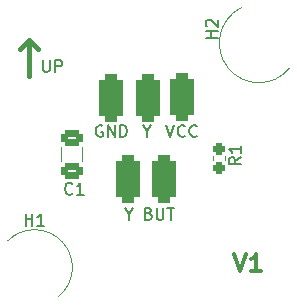
<source format=gbr>
%TF.GenerationSoftware,KiCad,Pcbnew,(6.0.9)*%
%TF.CreationDate,2023-01-27T23:50:43-09:00*%
%TF.ProjectId,HOTAS_Analog Stick Breakout,484f5441-535f-4416-9e61-6c6f67205374,rev?*%
%TF.SameCoordinates,Original*%
%TF.FileFunction,Legend,Top*%
%TF.FilePolarity,Positive*%
%FSLAX46Y46*%
G04 Gerber Fmt 4.6, Leading zero omitted, Abs format (unit mm)*
G04 Created by KiCad (PCBNEW (6.0.9)) date 2023-01-27 23:50:43*
%MOMM*%
%LPD*%
G01*
G04 APERTURE LIST*
G04 Aperture macros list*
%AMRoundRect*
0 Rectangle with rounded corners*
0 $1 Rounding radius*
0 $2 $3 $4 $5 $6 $7 $8 $9 X,Y pos of 4 corners*
0 Add a 4 corners polygon primitive as box body*
4,1,4,$2,$3,$4,$5,$6,$7,$8,$9,$2,$3,0*
0 Add four circle primitives for the rounded corners*
1,1,$1+$1,$2,$3*
1,1,$1+$1,$4,$5*
1,1,$1+$1,$6,$7*
1,1,$1+$1,$8,$9*
0 Add four rect primitives between the rounded corners*
20,1,$1+$1,$2,$3,$4,$5,0*
20,1,$1+$1,$4,$5,$6,$7,0*
20,1,$1+$1,$6,$7,$8,$9,0*
20,1,$1+$1,$8,$9,$2,$3,0*%
G04 Aperture macros list end*
%ADD10C,0.300000*%
%ADD11C,0.120000*%
%ADD12C,0.150000*%
%ADD13C,0.400000*%
%ADD14RoundRect,0.550000X-0.500000X-1.500000X0.500000X-1.500000X0.500000X1.500000X-0.500000X1.500000X0*%
%ADD15RoundRect,0.550000X0.500000X1.500000X-0.500000X1.500000X-0.500000X-1.500000X0.500000X-1.500000X0*%
%ADD16C,1.700000*%
%ADD17C,2.600000*%
%ADD18C,1.900000*%
%ADD19RoundRect,0.268750X-0.256250X0.218750X-0.256250X-0.218750X0.256250X-0.218750X0.256250X0.218750X0*%
%ADD20C,3.100000*%
%ADD21RoundRect,0.300000X-0.625000X0.375000X-0.625000X-0.375000X0.625000X-0.375000X0.625000X0.375000X0*%
G04 APERTURE END LIST*
D10*
X117421714Y-93322571D02*
X117921714Y-94822571D01*
X118421714Y-93322571D01*
X119707428Y-94822571D02*
X118850285Y-94822571D01*
X119278857Y-94822571D02*
X119278857Y-93322571D01*
X119136000Y-93536857D01*
X118993142Y-93679714D01*
X118850285Y-93751142D01*
D11*
X118000001Y-72500002D02*
G75*
G03*
X122119112Y-77595290I1499999J-2999998D01*
G01*
X102499999Y-96999998D02*
G75*
G03*
X98236155Y-92236155I-1999999J2499998D01*
G01*
D12*
X110166666Y-89928571D02*
X110309523Y-89976190D01*
X110357142Y-90023809D01*
X110404761Y-90119047D01*
X110404761Y-90261904D01*
X110357142Y-90357142D01*
X110309523Y-90404761D01*
X110214285Y-90452380D01*
X109833333Y-90452380D01*
X109833333Y-89452380D01*
X110166666Y-89452380D01*
X110261904Y-89500000D01*
X110309523Y-89547619D01*
X110357142Y-89642857D01*
X110357142Y-89738095D01*
X110309523Y-89833333D01*
X110261904Y-89880952D01*
X110166666Y-89928571D01*
X109833333Y-89928571D01*
X110833333Y-89452380D02*
X110833333Y-90261904D01*
X110880952Y-90357142D01*
X110928571Y-90404761D01*
X111023809Y-90452380D01*
X111214285Y-90452380D01*
X111309523Y-90404761D01*
X111357142Y-90357142D01*
X111404761Y-90261904D01*
X111404761Y-89452380D01*
X111738095Y-89452380D02*
X112309523Y-89452380D01*
X112023809Y-90452380D02*
X112023809Y-89452380D01*
X108500000Y-89976190D02*
X108500000Y-90452380D01*
X108166666Y-89452380D02*
X108500000Y-89976190D01*
X108833333Y-89452380D01*
X111666666Y-82452380D02*
X112000000Y-83452380D01*
X112333333Y-82452380D01*
X113238095Y-83357142D02*
X113190476Y-83404761D01*
X113047619Y-83452380D01*
X112952380Y-83452380D01*
X112809523Y-83404761D01*
X112714285Y-83309523D01*
X112666666Y-83214285D01*
X112619047Y-83023809D01*
X112619047Y-82880952D01*
X112666666Y-82690476D01*
X112714285Y-82595238D01*
X112809523Y-82500000D01*
X112952380Y-82452380D01*
X113047619Y-82452380D01*
X113190476Y-82500000D01*
X113238095Y-82547619D01*
X114238095Y-83357142D02*
X114190476Y-83404761D01*
X114047619Y-83452380D01*
X113952380Y-83452380D01*
X113809523Y-83404761D01*
X113714285Y-83309523D01*
X113666666Y-83214285D01*
X113619047Y-83023809D01*
X113619047Y-82880952D01*
X113666666Y-82690476D01*
X113714285Y-82595238D01*
X113809523Y-82500000D01*
X113952380Y-82452380D01*
X114047619Y-82452380D01*
X114190476Y-82500000D01*
X114238095Y-82547619D01*
X110000000Y-82976190D02*
X110000000Y-83452380D01*
X109666666Y-82452380D02*
X110000000Y-82976190D01*
X110333333Y-82452380D01*
X106238095Y-82500000D02*
X106142857Y-82452380D01*
X106000000Y-82452380D01*
X105857142Y-82500000D01*
X105761904Y-82595238D01*
X105714285Y-82690476D01*
X105666666Y-82880952D01*
X105666666Y-83023809D01*
X105714285Y-83214285D01*
X105761904Y-83309523D01*
X105857142Y-83404761D01*
X106000000Y-83452380D01*
X106095238Y-83452380D01*
X106238095Y-83404761D01*
X106285714Y-83357142D01*
X106285714Y-83023809D01*
X106095238Y-83023809D01*
X106714285Y-83452380D02*
X106714285Y-82452380D01*
X107285714Y-83452380D01*
X107285714Y-82452380D01*
X107761904Y-83452380D02*
X107761904Y-82452380D01*
X108000000Y-82452380D01*
X108142857Y-82500000D01*
X108238095Y-82595238D01*
X108285714Y-82690476D01*
X108333333Y-82880952D01*
X108333333Y-83023809D01*
X108285714Y-83214285D01*
X108238095Y-83309523D01*
X108142857Y-83404761D01*
X108000000Y-83452380D01*
X107761904Y-83452380D01*
D13*
X100000000Y-78309523D02*
X100000000Y-75261904D01*
X99238095Y-76023809D02*
X100000000Y-75261904D01*
X100761904Y-76023809D01*
D12*
X101214285Y-76952380D02*
X101214285Y-77761904D01*
X101261904Y-77857142D01*
X101309523Y-77904761D01*
X101404761Y-77952380D01*
X101595238Y-77952380D01*
X101690476Y-77904761D01*
X101738095Y-77857142D01*
X101785714Y-77761904D01*
X101785714Y-76952380D01*
X102261904Y-77952380D02*
X102261904Y-76952380D01*
X102642857Y-76952380D01*
X102738095Y-77000000D01*
X102785714Y-77047619D01*
X102833333Y-77142857D01*
X102833333Y-77285714D01*
X102785714Y-77380952D01*
X102738095Y-77428571D01*
X102642857Y-77476190D01*
X102261904Y-77476190D01*
%TO.C,R1*%
X117952380Y-85166666D02*
X117476190Y-85500000D01*
X117952380Y-85738095D02*
X116952380Y-85738095D01*
X116952380Y-85357142D01*
X117000000Y-85261904D01*
X117047619Y-85214285D01*
X117142857Y-85166666D01*
X117285714Y-85166666D01*
X117380952Y-85214285D01*
X117428571Y-85261904D01*
X117476190Y-85357142D01*
X117476190Y-85738095D01*
X117952380Y-84214285D02*
X117952380Y-84785714D01*
X117952380Y-84500000D02*
X116952380Y-84500000D01*
X117095238Y-84595238D01*
X117190476Y-84690476D01*
X117238095Y-84785714D01*
%TO.C,H2*%
X116000380Y-75085904D02*
X115000380Y-75085904D01*
X115476571Y-75085904D02*
X115476571Y-74514476D01*
X116000380Y-74514476D02*
X115000380Y-74514476D01*
X115095619Y-74085904D02*
X115048000Y-74038285D01*
X115000380Y-73943047D01*
X115000380Y-73704952D01*
X115048000Y-73609714D01*
X115095619Y-73562095D01*
X115190857Y-73514476D01*
X115286095Y-73514476D01*
X115428952Y-73562095D01*
X116000380Y-74133523D01*
X116000380Y-73514476D01*
%TO.C,H1*%
X99738095Y-90952380D02*
X99738095Y-89952380D01*
X99738095Y-90428571D02*
X100309523Y-90428571D01*
X100309523Y-90952380D02*
X100309523Y-89952380D01*
X101309523Y-90952380D02*
X100738095Y-90952380D01*
X101023809Y-90952380D02*
X101023809Y-89952380D01*
X100928571Y-90095238D01*
X100833333Y-90190476D01*
X100738095Y-90238095D01*
%TO.C,C1*%
X103695289Y-88230789D02*
X103647670Y-88278408D01*
X103504813Y-88326027D01*
X103409575Y-88326027D01*
X103266717Y-88278408D01*
X103171479Y-88183170D01*
X103123860Y-88087932D01*
X103076241Y-87897456D01*
X103076241Y-87754599D01*
X103123860Y-87564123D01*
X103171479Y-87468885D01*
X103266717Y-87373647D01*
X103409575Y-87326027D01*
X103504813Y-87326027D01*
X103647670Y-87373647D01*
X103695289Y-87421266D01*
X104647670Y-88326027D02*
X104076241Y-88326027D01*
X104361956Y-88326027D02*
X104361956Y-87326027D01*
X104266717Y-87468885D01*
X104171479Y-87564123D01*
X104076241Y-87611742D01*
D11*
%TO.C,R1*%
X115586000Y-85091221D02*
X115586000Y-85416779D01*
X116606000Y-85091221D02*
X116606000Y-85416779D01*
%TO.C,C1*%
X102740000Y-84321736D02*
X102740000Y-85525864D01*
X104560000Y-84321736D02*
X104560000Y-85525864D01*
%TD*%
%LPC*%
D14*
%TO.C,J6*%
X107000000Y-80123200D03*
%TD*%
D15*
%TO.C,J5*%
X111498600Y-87000000D03*
%TD*%
%TO.C,J4*%
X108425200Y-87000000D03*
%TD*%
D14*
%TO.C,J3*%
X110127000Y-80148600D03*
%TD*%
%TO.C,J2*%
X113000000Y-80097800D03*
%TD*%
D16*
%TO.C,JOY1*%
X105700000Y-85000000D03*
X114300000Y-85000000D03*
D17*
X116325000Y-90000000D03*
X103675000Y-80000000D03*
X116325000Y-80000000D03*
X103675000Y-90000000D03*
D18*
X106750000Y-95250000D03*
X113250000Y-95250000D03*
X113250000Y-90750000D03*
X106750000Y-90750000D03*
X110000000Y-76270000D03*
X107500000Y-76270000D03*
X112500000Y-76270000D03*
X101270000Y-82500000D03*
X101270000Y-85000000D03*
X101270000Y-87500000D03*
%TD*%
D19*
%TO.C,R1*%
X116096000Y-86041500D03*
X116096000Y-84466500D03*
%TD*%
D20*
%TO.C,H2*%
X119500000Y-75500000D03*
%TD*%
%TO.C,H1*%
X100500000Y-94500000D03*
%TD*%
D21*
%TO.C,C1*%
X103650000Y-86323800D03*
X103650000Y-83523800D03*
%TD*%
M02*

</source>
